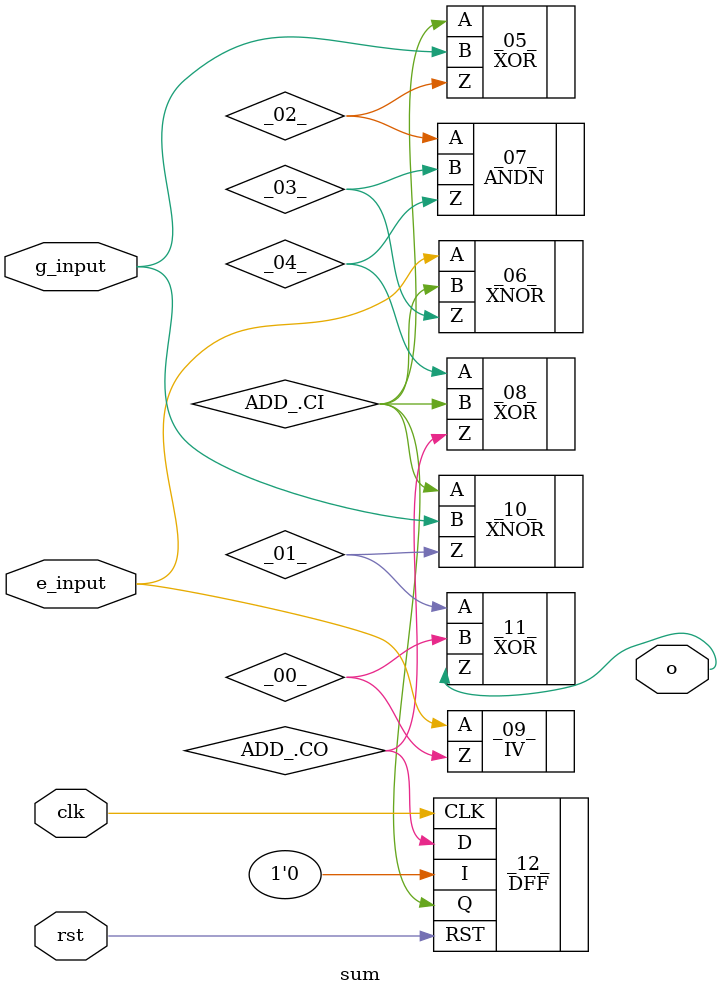
<source format=v>
/* Generated by Yosys 0.7 (git sha1 61f6811, gcc 6.2.0-11ubuntu1 -O2 -fdebug-prefix-map=/build/yosys-OIL3SR/yosys-0.7=. -fstack-protector-strong -fPIC -Os) */

(* top =  1  *)
(* src = "sum.v:3" *)
module sum(clk, rst, g_input, e_input, o);
  wire _00_;
  wire _01_;
  wire _02_;
  wire _03_;
  wire _04_;
  (* src = "../syn_lib/ADD.v:6" *)
  wire \ADD_.CI ;
  (* src = "../syn_lib/ADD.v:7" *)
  wire \ADD_.CO ;
  (* src = "sum.v:15" *)
  input clk;
  (* src = "sum.v:17" *)
  input e_input;
  (* src = "sum.v:16" *)
  input g_input;
  (* src = "sum.v:18" *)
  output o;
  (* src = "sum.v:15" *)
  input rst;
  XOR _05_ (
    .A(\ADD_.CI ),
    .B(g_input),
    .Z(_02_)
  );
  XNOR _06_ (
    .A(e_input),
    .B(\ADD_.CI ),
    .Z(_03_)
  );
  ANDN _07_ (
    .A(_02_),
    .B(_03_),
    .Z(_04_)
  );
  XOR _08_ (
    .A(_04_),
    .B(\ADD_.CI ),
    .Z(\ADD_.CO )
  );
  IV _09_ (
    .A(e_input),
    .Z(_00_)
  );
  XNOR _10_ (
    .A(\ADD_.CI ),
    .B(g_input),
    .Z(_01_)
  );
  XOR _11_ (
    .A(_01_),
    .B(_00_),
    .Z(o)
  );
  DFF _12_ (
    .CLK(clk),
    .D(\ADD_.CO ),
    .I(1'b0),
    .Q(\ADD_.CI ),
    .RST(rst)
  );
endmodule

</source>
